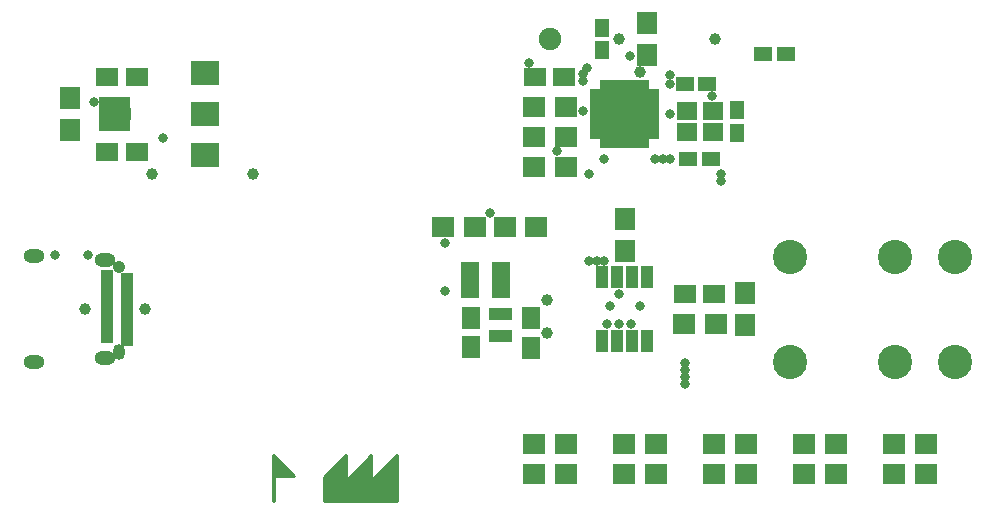
<source format=gbr>
G04 #@! TF.FileFunction,Soldermask,Top*
%FSLAX46Y46*%
G04 Gerber Fmt 4.6, Leading zero omitted, Abs format (unit mm)*
G04 Created by KiCad (PCBNEW 4.0.7) date 03/27/18 03:46:25*
%MOMM*%
%LPD*%
G01*
G04 APERTURE LIST*
%ADD10C,0.100000*%
%ADD11R,2.400000X2.100000*%
%ADD12R,1.650000X1.900000*%
%ADD13R,1.900000X1.650000*%
%ADD14R,1.150000X1.600000*%
%ADD15R,1.600000X1.150000*%
%ADD16R,1.900000X1.700000*%
%ADD17O,1.800000X1.200000*%
%ADD18R,1.100000X0.700000*%
%ADD19O,1.050000X1.350000*%
%ADD20C,1.050000*%
%ADD21C,2.900000*%
%ADD22R,1.600000X3.100000*%
%ADD23R,1.700000X1.900000*%
%ADD24R,0.650000X1.100000*%
%ADD25R,1.600000X1.040000*%
%ADD26R,1.000000X1.950000*%
%ADD27R,1.100000X0.650000*%
%ADD28R,2.125000X2.125000*%
%ADD29R,1.800000X1.600000*%
%ADD30R,0.800000X1.100000*%
%ADD31C,1.900000*%
%ADD32C,1.000000*%
%ADD33C,0.800000*%
%ADD34C,0.254000*%
G04 APERTURE END LIST*
D10*
D11*
X127000000Y-81590000D03*
X127000000Y-85090000D03*
X127000000Y-88590000D03*
D12*
X149523701Y-102353393D03*
X149523701Y-104853393D03*
D13*
X121265000Y-81915000D03*
X118765000Y-81915000D03*
D12*
X154603701Y-102373393D03*
X154603701Y-104873393D03*
D13*
X121265000Y-88265000D03*
X118765000Y-88265000D03*
D14*
X172085000Y-84775000D03*
X172085000Y-86675000D03*
D15*
X167960000Y-88900000D03*
X169860000Y-88900000D03*
D13*
X167660000Y-100330000D03*
X170160000Y-100330000D03*
D15*
X169540000Y-82550000D03*
X167640000Y-82550000D03*
X176210000Y-80010000D03*
X174310000Y-80010000D03*
D13*
X157460000Y-81915000D03*
X154960000Y-81915000D03*
D14*
X160655000Y-79690000D03*
X160655000Y-77790000D03*
D16*
X154860000Y-115570000D03*
X157560000Y-115570000D03*
X162480000Y-115570000D03*
X165180000Y-115570000D03*
X170100000Y-115570000D03*
X172800000Y-115570000D03*
X177720000Y-115570000D03*
X180420000Y-115570000D03*
X185340000Y-115570000D03*
X188040000Y-115570000D03*
D17*
X118535000Y-97470000D03*
D18*
X120445000Y-98850000D03*
X120445000Y-99350000D03*
X120445000Y-99850000D03*
X120445000Y-100350000D03*
X120445000Y-100850000D03*
X120445000Y-101350000D03*
X120445000Y-101850000D03*
X120445000Y-104350000D03*
X120445000Y-103350000D03*
X120445000Y-102850000D03*
X120445000Y-102350000D03*
X120445000Y-103850000D03*
X118745000Y-104100000D03*
D17*
X118535000Y-105730000D03*
X112585000Y-106090000D03*
X112585000Y-97110000D03*
D19*
X119785000Y-105200000D03*
D20*
X119785000Y-98000000D03*
D18*
X118745000Y-103600000D03*
X118745000Y-103100000D03*
X118745000Y-102600000D03*
X118745000Y-102100000D03*
X118745000Y-101600000D03*
X118745000Y-101100000D03*
X118745000Y-100600000D03*
X118745000Y-100100000D03*
X118745000Y-99600000D03*
X118745000Y-99100000D03*
X118745000Y-98600000D03*
D21*
X176530000Y-106045000D03*
X185420000Y-97155000D03*
X185420000Y-106045000D03*
X190500000Y-106045000D03*
X190500000Y-97155000D03*
D22*
X152093701Y-99158393D03*
X149493701Y-99158393D03*
D23*
X115570000Y-86440000D03*
X115570000Y-83740000D03*
D16*
X149860000Y-94615000D03*
X147160000Y-94615000D03*
X152400000Y-94615000D03*
X155100000Y-94615000D03*
X170260000Y-102870000D03*
X167560000Y-102870000D03*
D23*
X172720000Y-102950000D03*
X172720000Y-100250000D03*
X164465000Y-77390000D03*
X164465000Y-80090000D03*
X162560000Y-96680000D03*
X162560000Y-93980000D03*
D16*
X154860000Y-113030000D03*
X157560000Y-113030000D03*
X162480000Y-113030000D03*
X165180000Y-113030000D03*
X170100000Y-113030000D03*
X172800000Y-113030000D03*
X177720000Y-113030000D03*
X180420000Y-113030000D03*
X185340000Y-113030000D03*
X188040000Y-113030000D03*
X157560000Y-86995000D03*
X154860000Y-86995000D03*
X157560000Y-89535000D03*
X154860000Y-89535000D03*
X157560000Y-84455000D03*
X154860000Y-84455000D03*
D24*
X120380000Y-84192881D03*
X119880000Y-84192881D03*
X119380000Y-84192881D03*
X118880000Y-84192881D03*
X118380000Y-84192881D03*
X118380000Y-86042881D03*
X118880000Y-86042881D03*
X119380000Y-86042881D03*
X119880000Y-86042881D03*
X120380000Y-86042881D03*
D25*
X118780000Y-85117881D03*
X119980000Y-85117881D03*
D26*
X160655000Y-104300000D03*
X161925000Y-104300000D03*
X163195000Y-104300000D03*
X164465000Y-104300000D03*
X164465000Y-98900000D03*
X163195000Y-98900000D03*
X161925000Y-98900000D03*
X160655000Y-98900000D03*
D24*
X164310000Y-82690000D03*
X163810000Y-82690000D03*
X163310000Y-82690000D03*
X162810000Y-82690000D03*
X162310000Y-82690000D03*
X161810000Y-82690000D03*
X161310000Y-82690000D03*
X160810000Y-82690000D03*
D27*
X160160000Y-83340000D03*
X160160000Y-83840000D03*
X160160000Y-84340000D03*
X160160000Y-84840000D03*
X160160000Y-85340000D03*
X160160000Y-85840000D03*
X160160000Y-86340000D03*
X160160000Y-86840000D03*
D24*
X160810000Y-87490000D03*
X161310000Y-87490000D03*
X161810000Y-87490000D03*
X162310000Y-87490000D03*
X162810000Y-87490000D03*
X163310000Y-87490000D03*
X163810000Y-87490000D03*
X164310000Y-87490000D03*
D27*
X164960000Y-86840000D03*
X164960000Y-86340000D03*
X164960000Y-85840000D03*
X164960000Y-85340000D03*
X164960000Y-84840000D03*
X164960000Y-84340000D03*
X164960000Y-83840000D03*
X164960000Y-83340000D03*
D28*
X161697500Y-85952500D03*
X163422500Y-85952500D03*
X161697500Y-84227500D03*
X163422500Y-84227500D03*
D29*
X170010000Y-84875000D03*
X167810000Y-84875000D03*
X167810000Y-86575000D03*
X170010000Y-86575000D03*
D30*
X151413701Y-103918393D03*
X152063701Y-103918393D03*
X152713701Y-103918393D03*
X152713701Y-102018393D03*
X151413701Y-102018393D03*
X152063701Y-102018393D03*
D21*
X176530000Y-97155000D03*
D31*
X156210000Y-78740000D03*
D32*
X162052000Y-78739926D03*
X161697500Y-85952500D03*
X163422500Y-85952500D03*
X163422500Y-84227500D03*
X161697500Y-84227500D03*
X155956000Y-103632000D03*
X155956000Y-100838000D03*
X121920000Y-101600000D03*
X116840000Y-101600000D03*
D33*
X159512000Y-90170000D03*
X160782000Y-88900000D03*
X147320000Y-96012090D03*
D32*
X131064000Y-90170000D03*
D33*
X147320000Y-100076000D03*
D32*
X122555000Y-90170000D03*
D33*
X169926000Y-83566000D03*
X166370000Y-85090000D03*
X166370000Y-88900000D03*
X166370000Y-81788000D03*
D32*
X170180000Y-78740000D03*
X163830000Y-81534000D03*
D33*
X117602000Y-84074000D03*
X123444000Y-87122000D03*
X117094000Y-97028000D03*
X114300000Y-97028000D03*
X170688000Y-90170000D03*
X165769997Y-88900000D03*
X170688000Y-90770003D03*
X165100000Y-88900000D03*
X154432000Y-80772000D03*
X156863761Y-88259937D03*
X159371432Y-81201536D03*
X151130000Y-93472000D03*
X162985053Y-80199495D03*
X166370000Y-82550000D03*
X159004118Y-81695977D03*
X167640000Y-107972069D03*
X159004000Y-82295978D03*
X167640000Y-107372056D03*
X167640000Y-106772043D03*
X159004000Y-84836000D03*
X167640000Y-106171936D03*
X159512000Y-97536000D03*
X161290000Y-101346000D03*
X161036000Y-102870000D03*
X163830000Y-101346000D03*
X162052000Y-102870000D03*
X163068000Y-102870000D03*
X160782000Y-97536000D03*
X162052000Y-100330000D03*
X160181997Y-97536000D03*
D34*
G36*
X134543394Y-115723000D02*
X133000000Y-115723000D01*
X132950590Y-115733006D01*
X132908965Y-115761447D01*
X132881685Y-115803841D01*
X132873000Y-115850000D01*
X132873000Y-117873000D01*
X132777000Y-117873000D01*
X132777000Y-113956606D01*
X134543394Y-115723000D01*
X134543394Y-115723000D01*
G37*
X134543394Y-115723000D02*
X133000000Y-115723000D01*
X132950590Y-115733006D01*
X132908965Y-115761447D01*
X132881685Y-115803841D01*
X132873000Y-115850000D01*
X132873000Y-117873000D01*
X132777000Y-117873000D01*
X132777000Y-113956606D01*
X134543394Y-115723000D01*
G36*
X143273000Y-117873000D02*
X137077000Y-117873000D01*
X137077000Y-115852606D01*
X138973000Y-113956606D01*
X138973000Y-115800000D01*
X138983006Y-115849410D01*
X139011447Y-115891035D01*
X139053841Y-115918315D01*
X139103509Y-115926952D01*
X139152623Y-115915584D01*
X139189803Y-115889803D01*
X141123000Y-113956606D01*
X141123000Y-115800000D01*
X141133006Y-115849410D01*
X141161447Y-115891035D01*
X141203841Y-115918315D01*
X141253509Y-115926952D01*
X141302623Y-115915584D01*
X141339803Y-115889803D01*
X143273000Y-113956606D01*
X143273000Y-117873000D01*
X143273000Y-117873000D01*
G37*
X143273000Y-117873000D02*
X137077000Y-117873000D01*
X137077000Y-115852606D01*
X138973000Y-113956606D01*
X138973000Y-115800000D01*
X138983006Y-115849410D01*
X139011447Y-115891035D01*
X139053841Y-115918315D01*
X139103509Y-115926952D01*
X139152623Y-115915584D01*
X139189803Y-115889803D01*
X141123000Y-113956606D01*
X141123000Y-115800000D01*
X141133006Y-115849410D01*
X141161447Y-115891035D01*
X141203841Y-115918315D01*
X141253509Y-115926952D01*
X141302623Y-115915584D01*
X141339803Y-115889803D01*
X143273000Y-113956606D01*
X143273000Y-117873000D01*
M02*

</source>
